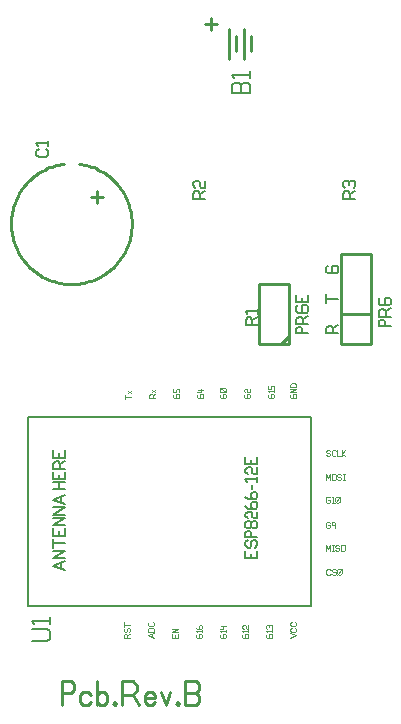
<source format=gto>
G04 -- Generated By PCBWeb Designer*
%FSLAX24Y24*%
%MOIN*%
%OFA0B0*%
%SFA1.0B1.0*%
%AMROTRECT*21,1,$1,$2,0,0,$3*%
%AMROTOBLONG*1,1,$7,$1,$2*1,1,$7,$3,$4*21,1,$5,$6,0,0,$8*%
%ADD10C,0.025*%
%ADD11C,0.15*%
%ADD12C,0.1*%
%ADD13C,0.16*%
%ADD14C,0.005*%
%ADD15R,0.065X0.0394*%
%ADD16R,0.075X0.0494*%
%ADD17C,0.021*%
%ADD18R,0.0394X0.0866*%
%ADD19R,0.0494X0.0966*%
%ADD20C,0.002*%
%ADD21C,0.018*%
%ADD22C,0.008*%
%ADD23C,0.024*%
%ADD24R,0.055X0.055*%
%ADD25C,0.035*%
%ADD26R,0.065X0.065*%
%ADD27C,0.055*%
%ADD28C,0.032*%
%ADD29C,0.065*%
%ADD30C,0.01*%
%ADD31R,0.0591X0.0512*%
%ADD32R,0.0691X0.0612*%
%ADD33C,0.07*%
%ADD34C,0.045*%
%ADD35C,0.08*%
%ADD36C,0.033*%
%ADD37C,0.033*%
%ADD38C,0.026*%
%ADD39C,0.0394*%
%ADD40C,0.0197*%
%ADD41C,0.0494*%
%ADD42C,0.0059*%
%ADD43C,0.015*%
%ADD44C,0.0275*%
%ADD45C,0.0*%
G01*
%LNERASE*%
%LPC*%
G54D17*
X13300Y5600D02*
X13300Y5350D01*
X13700Y5350D01*
X13700Y5600D01*
X13500Y5350D02*
X13500Y5500D01*
X13375Y5950D02*
X13300Y5875D01*
X13300Y5775D01*
X13375Y5700D01*
X13450Y5700D01*
X13500Y5750D01*
X13500Y5900D01*
X13550Y5950D01*
X13625Y5950D01*
X13700Y5875D01*
X13700Y5775D01*
X13625Y5700D01*
X13700Y6050D02*
X13300Y6050D01*
X13300Y6200D01*
X13350Y6250D01*
X13450Y6250D01*
X13500Y6200D01*
X13500Y6050D01*
X13650Y6350D02*
X13700Y6400D01*
X13700Y6525D01*
X13650Y6575D01*
X13550Y6575D01*
X13500Y6525D01*
X13500Y6400D01*
X13550Y6350D01*
X13650Y6350D01*
X13650Y6350D01*
X13500Y6525D02*
X13450Y6575D01*
X13350Y6575D01*
X13300Y6525D01*
X13300Y6400D01*
X13350Y6350D01*
X13450Y6350D01*
X13500Y6400D01*
X13375Y6675D02*
X13300Y6750D01*
X13300Y6825D01*
X13375Y6900D01*
X13475Y6900D01*
X13525Y6850D01*
X13525Y6725D01*
X13575Y6675D01*
X13700Y6675D01*
X13700Y6900D01*
X13300Y7075D02*
X13375Y7000D01*
X13650Y7000D01*
X13700Y7050D01*
X13700Y7175D01*
X13650Y7225D01*
X13550Y7225D01*
X13500Y7175D01*
X13500Y7050D01*
X13550Y7000D01*
X13300Y7400D02*
X13375Y7325D01*
X13650Y7325D01*
X13700Y7375D01*
X13700Y7500D01*
X13650Y7550D01*
X13550Y7550D01*
X13500Y7500D01*
X13500Y7375D01*
X13550Y7325D01*
X13525Y7650D02*
X13525Y7800D01*
X13700Y7900D02*
X13700Y8050D01*
X13700Y7975D02*
X13300Y7975D01*
X13350Y7900D01*
X13375Y8150D02*
X13300Y8225D01*
X13300Y8300D01*
X13375Y8375D01*
X13475Y8375D01*
X13525Y8325D01*
X13525Y8200D01*
X13575Y8150D01*
X13700Y8150D01*
X13700Y8375D01*
X13300Y8725D02*
X13300Y8475D01*
X13700Y8475D01*
X13700Y8725D01*
X13500Y8475D02*
X13500Y8625D01*
X7150Y5008D02*
X7150Y5192D01*
X7300Y4950D02*
X6900Y5100D01*
X7300Y5250D01*
X7300Y5350D02*
X6900Y5350D01*
X7300Y5600D01*
X6900Y5600D01*
X6900Y5700D02*
X6900Y6000D01*
X6900Y5850D02*
X7300Y5850D01*
X6900Y6350D02*
X6900Y6100D01*
X7300Y6100D01*
X7300Y6350D01*
X7100Y6100D02*
X7100Y6250D01*
X7300Y6450D02*
X6900Y6450D01*
X7300Y6700D01*
X6900Y6700D01*
X7300Y6800D02*
X6900Y6800D01*
X7300Y7050D01*
X6900Y7050D01*
X7150Y7208D02*
X7150Y7392D01*
X7300Y7150D02*
X6900Y7300D01*
X7300Y7450D01*
X6900Y7650D02*
X7300Y7650D01*
X6900Y7875D02*
X7300Y7875D01*
X7100Y7650D02*
X7100Y7875D01*
X6900Y8225D02*
X6900Y7975D01*
X7300Y7975D01*
X7300Y8225D01*
X7100Y7975D02*
X7100Y8125D01*
X7300Y8325D02*
X6900Y8325D01*
X6900Y8500D01*
X6975Y8575D01*
X7050Y8575D01*
X7125Y8500D01*
X7125Y8325D01*
X7125Y8500D02*
X7300Y8600D01*
X6900Y8950D02*
X6900Y8700D01*
X7300Y8700D01*
X7300Y8950D01*
X7100Y8700D02*
X7100Y8850D01*
G54D21*
X9450Y2700D02*
X9250Y2700D01*
X9250Y2788D01*
X9288Y2825D01*
X9325Y2825D01*
X9362Y2788D01*
X9362Y2700D01*
X9362Y2788D02*
X9450Y2838D01*
X9288Y3012D02*
X9250Y2975D01*
X9250Y2925D01*
X9288Y2888D01*
X9325Y2888D01*
X9350Y2912D01*
X9350Y2988D01*
X9375Y3012D01*
X9412Y3012D01*
X9450Y2975D01*
X9450Y2925D01*
X9412Y2888D01*
X9250Y3062D02*
X9250Y3212D01*
X9250Y3138D02*
X9450Y3138D01*
X10175Y2729D02*
X10175Y2821D01*
X10250Y2700D02*
X10050Y2775D01*
X10250Y2850D01*
X10250Y2900D02*
X10050Y2900D01*
X10050Y2988D01*
X10088Y3025D01*
X10212Y3025D01*
X10250Y2988D01*
X10250Y2900D01*
X10250Y2900D01*
X10088Y3212D02*
X10050Y3175D01*
X10050Y3112D01*
X10088Y3075D01*
X10212Y3075D01*
X10250Y3112D01*
X10250Y3175D01*
X10212Y3212D01*
X10850Y2825D02*
X10850Y2700D01*
X11050Y2700D01*
X11050Y2825D01*
X10950Y2700D02*
X10950Y2775D01*
X11050Y2875D02*
X10850Y2875D01*
X11050Y3000D01*
X10850Y3000D01*
X11675Y2825D02*
X11650Y2800D01*
X11650Y2725D01*
X11675Y2700D01*
X11825Y2700D01*
X11850Y2725D01*
X11850Y2800D01*
X11825Y2825D01*
X11750Y2825D01*
X11750Y2738D01*
X11850Y2875D02*
X11850Y2950D01*
X11850Y2912D02*
X11650Y2912D01*
X11675Y2875D01*
X11650Y3038D02*
X11688Y3000D01*
X11825Y3000D01*
X11850Y3025D01*
X11850Y3088D01*
X11825Y3112D01*
X11775Y3112D01*
X11750Y3088D01*
X11750Y3025D01*
X11775Y3000D01*
X12475Y2825D02*
X12450Y2800D01*
X12450Y2725D01*
X12475Y2700D01*
X12625Y2700D01*
X12650Y2725D01*
X12650Y2800D01*
X12625Y2825D01*
X12550Y2825D01*
X12550Y2738D01*
X12650Y2875D02*
X12650Y2950D01*
X12650Y2912D02*
X12450Y2912D01*
X12475Y2875D01*
X12450Y3000D02*
X12562Y3000D01*
X12562Y3100D01*
X12475Y3075D02*
X12650Y3075D01*
X13225Y2825D02*
X13200Y2800D01*
X13200Y2725D01*
X13225Y2700D01*
X13375Y2700D01*
X13400Y2725D01*
X13400Y2800D01*
X13375Y2825D01*
X13300Y2825D01*
X13300Y2738D01*
X13400Y2875D02*
X13400Y2950D01*
X13400Y2912D02*
X13200Y2912D01*
X13225Y2875D01*
X13238Y3000D02*
X13200Y3038D01*
X13200Y3075D01*
X13238Y3112D01*
X13288Y3112D01*
X13312Y3088D01*
X13312Y3025D01*
X13338Y3000D01*
X13400Y3000D01*
X13400Y3112D01*
X14025Y2825D02*
X14000Y2800D01*
X14000Y2725D01*
X14025Y2700D01*
X14175Y2700D01*
X14200Y2725D01*
X14200Y2800D01*
X14175Y2825D01*
X14100Y2825D01*
X14100Y2738D01*
X14200Y2875D02*
X14200Y2950D01*
X14200Y2912D02*
X14000Y2912D01*
X14025Y2875D01*
X14025Y3000D02*
X14000Y3025D01*
X14000Y3088D01*
X14025Y3112D01*
X14075Y3112D01*
X14100Y3088D01*
X14100Y3050D01*
X14100Y3088D02*
X14125Y3112D01*
X14175Y3112D01*
X14200Y3088D01*
X14200Y3025D01*
X14175Y3000D01*
X14800Y2700D02*
X15000Y2775D01*
X14800Y2850D01*
X14838Y3038D02*
X14800Y3000D01*
X14800Y2938D01*
X14838Y2900D01*
X14962Y2900D01*
X15000Y2938D01*
X15000Y3000D01*
X14962Y3038D01*
X14838Y3225D02*
X14800Y3188D01*
X14800Y3125D01*
X14838Y3088D01*
X14962Y3088D01*
X15000Y3125D01*
X15000Y3188D01*
X14962Y3225D01*
X9300Y10650D02*
X9300Y10800D01*
X9300Y10725D02*
X9500Y10725D01*
X9500Y10850D02*
X9388Y10925D01*
X9388Y10850D02*
X9500Y10925D01*
X10300Y10700D02*
X10100Y10700D01*
X10100Y10788D01*
X10138Y10825D01*
X10175Y10825D01*
X10212Y10788D01*
X10212Y10700D01*
X10212Y10788D02*
X10300Y10838D01*
X10300Y10888D02*
X10188Y10962D01*
X10188Y10888D02*
X10300Y10962D01*
X10925Y10825D02*
X10900Y10800D01*
X10900Y10725D01*
X10925Y10700D01*
X11075Y10700D01*
X11100Y10725D01*
X11100Y10800D01*
X11075Y10825D01*
X11000Y10825D01*
X11000Y10738D01*
X10900Y10975D02*
X10900Y10875D01*
X10988Y10875D01*
X10988Y10950D01*
X11012Y10975D01*
X11075Y10975D01*
X11100Y10950D01*
X11100Y10875D01*
X11725Y10825D02*
X11700Y10800D01*
X11700Y10725D01*
X11725Y10700D01*
X11875Y10700D01*
X11900Y10725D01*
X11900Y10800D01*
X11875Y10825D01*
X11800Y10825D01*
X11800Y10738D01*
X11700Y10875D02*
X11812Y10875D01*
X11812Y10975D01*
X11725Y10950D02*
X11900Y10950D01*
X12475Y10825D02*
X12450Y10800D01*
X12450Y10725D01*
X12475Y10700D01*
X12625Y10700D01*
X12650Y10725D01*
X12650Y10800D01*
X12625Y10825D01*
X12550Y10825D01*
X12550Y10738D01*
X12600Y10875D02*
X12625Y10888D01*
X12638Y10900D01*
X12650Y10925D01*
X12650Y10975D01*
X12638Y11000D01*
X12625Y11012D01*
X12600Y11025D01*
X12500Y11025D01*
X12475Y11012D01*
X12462Y11000D01*
X12450Y10975D01*
X12450Y10925D01*
X12462Y10900D01*
X12475Y10888D01*
X12500Y10875D01*
X12600Y10875D01*
X12600Y10875D01*
X12650Y10875D02*
X12450Y11025D01*
X13275Y10825D02*
X13250Y10800D01*
X13250Y10725D01*
X13275Y10700D01*
X13425Y10700D01*
X13450Y10725D01*
X13450Y10800D01*
X13425Y10825D01*
X13350Y10825D01*
X13350Y10738D01*
X13288Y10875D02*
X13250Y10912D01*
X13250Y10950D01*
X13288Y10988D01*
X13338Y10988D01*
X13362Y10962D01*
X13362Y10900D01*
X13388Y10875D01*
X13450Y10875D01*
X13450Y10988D01*
X14075Y10825D02*
X14050Y10800D01*
X14050Y10725D01*
X14075Y10700D01*
X14225Y10700D01*
X14250Y10725D01*
X14250Y10800D01*
X14225Y10825D01*
X14150Y10825D01*
X14150Y10738D01*
X14250Y10875D02*
X14250Y10950D01*
X14250Y10912D02*
X14050Y10912D01*
X14075Y10875D01*
X14050Y11100D02*
X14050Y11000D01*
X14138Y11000D01*
X14138Y11075D01*
X14162Y11100D01*
X14225Y11100D01*
X14250Y11075D01*
X14250Y11000D01*
X14825Y10825D02*
X14800Y10800D01*
X14800Y10725D01*
X14825Y10700D01*
X14975Y10700D01*
X15000Y10725D01*
X15000Y10800D01*
X14975Y10825D01*
X14900Y10825D01*
X14900Y10738D01*
X15000Y10875D02*
X14800Y10875D01*
X15000Y11000D01*
X14800Y11000D01*
X15000Y11050D02*
X14800Y11050D01*
X14800Y11138D01*
X14838Y11175D01*
X14962Y11175D01*
X15000Y11138D01*
X15000Y11050D01*
X15000Y11050D01*
X16138Y4962D02*
X16100Y5000D01*
X16038Y5000D01*
X16000Y4962D01*
X16000Y4838D01*
X16038Y4800D01*
X16100Y4800D01*
X16138Y4838D01*
X16312Y4962D02*
X16275Y5000D01*
X16225Y5000D01*
X16188Y4962D01*
X16188Y4925D01*
X16212Y4900D01*
X16288Y4900D01*
X16312Y4875D01*
X16312Y4838D01*
X16275Y4800D01*
X16225Y4800D01*
X16188Y4838D01*
X16362Y4850D02*
X16375Y4825D01*
X16388Y4812D01*
X16412Y4800D01*
X16462Y4800D01*
X16488Y4812D01*
X16500Y4825D01*
X16512Y4850D01*
X16512Y4950D01*
X16500Y4975D01*
X16488Y4988D01*
X16462Y5000D01*
X16412Y5000D01*
X16388Y4988D01*
X16375Y4975D01*
X16362Y4950D01*
X16362Y4850D01*
X16362Y4850D01*
X16362Y4800D02*
X16512Y5000D01*
X16000Y5600D02*
X16000Y5800D01*
X16062Y5662D01*
X16125Y5800D01*
X16125Y5600D01*
X16175Y5600D02*
X16250Y5600D01*
X16175Y5800D02*
X16250Y5800D01*
X16212Y5800D02*
X16212Y5600D01*
X16425Y5762D02*
X16388Y5800D01*
X16338Y5800D01*
X16300Y5762D01*
X16300Y5725D01*
X16325Y5700D01*
X16400Y5700D01*
X16425Y5675D01*
X16425Y5638D01*
X16388Y5600D01*
X16338Y5600D01*
X16300Y5638D01*
X16475Y5650D02*
X16475Y5775D01*
X16500Y5800D01*
X16588Y5800D01*
X16612Y5775D01*
X16612Y5625D01*
X16588Y5600D01*
X16500Y5600D01*
X16475Y5625D01*
X16475Y5650D01*
X16125Y6525D02*
X16100Y6550D01*
X16025Y6550D01*
X16000Y6525D01*
X16000Y6375D01*
X16025Y6350D01*
X16100Y6350D01*
X16125Y6375D01*
X16125Y6450D01*
X16038Y6450D01*
X16175Y6525D02*
X16200Y6550D01*
X16262Y6550D01*
X16288Y6525D01*
X16288Y6475D01*
X16262Y6450D01*
X16200Y6450D01*
X16175Y6475D01*
X16175Y6525D01*
X16175Y6525D01*
X16288Y6475D02*
X16288Y6350D01*
X16125Y7375D02*
X16100Y7400D01*
X16025Y7400D01*
X16000Y7375D01*
X16000Y7225D01*
X16025Y7200D01*
X16100Y7200D01*
X16125Y7225D01*
X16125Y7300D01*
X16038Y7300D01*
X16175Y7200D02*
X16250Y7200D01*
X16212Y7200D02*
X16212Y7400D01*
X16175Y7375D01*
X16300Y7250D02*
X16312Y7225D01*
X16325Y7212D01*
X16350Y7200D01*
X16400Y7200D01*
X16425Y7212D01*
X16438Y7225D01*
X16450Y7250D01*
X16450Y7350D01*
X16438Y7375D01*
X16425Y7388D01*
X16400Y7400D01*
X16350Y7400D01*
X16325Y7388D01*
X16312Y7375D01*
X16300Y7350D01*
X16300Y7250D01*
X16300Y7250D01*
X16300Y7200D02*
X16450Y7400D01*
X16000Y7950D02*
X16000Y8150D01*
X16062Y8012D01*
X16125Y8150D01*
X16125Y7950D01*
X16175Y8000D02*
X16175Y8125D01*
X16200Y8150D01*
X16288Y8150D01*
X16312Y8125D01*
X16312Y7975D01*
X16288Y7950D01*
X16200Y7950D01*
X16175Y7975D01*
X16175Y8000D01*
X16488Y8112D02*
X16450Y8150D01*
X16400Y8150D01*
X16362Y8112D01*
X16362Y8075D01*
X16388Y8050D01*
X16462Y8050D01*
X16488Y8025D01*
X16488Y7988D01*
X16450Y7950D01*
X16400Y7950D01*
X16362Y7988D01*
X16538Y7950D02*
X16612Y7950D01*
X16538Y8150D02*
X16612Y8150D01*
X16575Y8150D02*
X16575Y7950D01*
X16125Y8912D02*
X16088Y8950D01*
X16038Y8950D01*
X16000Y8912D01*
X16000Y8875D01*
X16025Y8850D01*
X16100Y8850D01*
X16125Y8825D01*
X16125Y8788D01*
X16088Y8750D01*
X16038Y8750D01*
X16000Y8788D01*
X16312Y8912D02*
X16275Y8950D01*
X16212Y8950D01*
X16175Y8912D01*
X16175Y8788D01*
X16212Y8750D01*
X16275Y8750D01*
X16312Y8788D01*
X16362Y8950D02*
X16362Y8750D01*
X16475Y8750D01*
X16525Y8750D02*
X16525Y8950D01*
X16612Y8950D02*
X16525Y8838D01*
X16625Y8750D01*
G54D23*
X6175Y2594D02*
X6700Y2594D01*
X6775Y2669D01*
X6775Y2931D01*
X6700Y3006D01*
X6175Y3006D01*
X6775Y3156D02*
X6775Y3381D01*
X6775Y3269D02*
X6175Y3269D01*
X6250Y3156D01*
G54D17*
X15400Y12850D02*
X15000Y12850D01*
X15000Y13000D01*
X15050Y13050D01*
X15150Y13050D01*
X15200Y13000D01*
X15200Y12850D01*
X15400Y13150D02*
X15000Y13150D01*
X15000Y13325D01*
X15075Y13400D01*
X15150Y13400D01*
X15225Y13325D01*
X15225Y13150D01*
X15225Y13325D02*
X15400Y13425D01*
X15050Y13775D02*
X15000Y13725D01*
X15000Y13575D01*
X15050Y13525D01*
X15350Y13525D01*
X15400Y13575D01*
X15400Y13725D01*
X15350Y13775D01*
X15200Y13775D01*
X15200Y13600D01*
X15000Y14125D02*
X15000Y13875D01*
X15400Y13875D01*
X15400Y14125D01*
X15200Y13875D02*
X15200Y14025D01*
X13705Y13131D02*
X13305Y13131D01*
X13305Y13306D01*
X13380Y13381D01*
X13455Y13381D01*
X13530Y13306D01*
X13530Y13131D01*
X13530Y13306D02*
X13705Y13406D01*
X13705Y13506D02*
X13705Y13656D01*
X13705Y13581D02*
X13305Y13581D01*
X13355Y13506D01*
X18150Y13100D02*
X17750Y13100D01*
X17750Y13250D01*
X17800Y13300D01*
X17900Y13300D01*
X17950Y13250D01*
X17950Y13100D01*
X18150Y13400D02*
X17750Y13400D01*
X17750Y13575D01*
X17825Y13650D01*
X17900Y13650D01*
X17975Y13575D01*
X17975Y13400D01*
X17975Y13575D02*
X18150Y13675D01*
X17800Y14025D02*
X17750Y13975D01*
X17750Y13825D01*
X17800Y13775D01*
X18100Y13775D01*
X18150Y13825D01*
X18150Y13975D01*
X18100Y14025D01*
X17950Y14025D01*
X17950Y13850D01*
X11955Y17325D02*
X11555Y17325D01*
X11555Y17500D01*
X11630Y17575D01*
X11705Y17575D01*
X11780Y17500D01*
X11780Y17325D01*
X11780Y17500D02*
X11955Y17600D01*
X11630Y17700D02*
X11555Y17775D01*
X11555Y17850D01*
X11630Y17925D01*
X11730Y17925D01*
X11780Y17875D01*
X11780Y17750D01*
X11830Y17700D01*
X11955Y17700D01*
X11955Y17925D01*
X16955Y17325D02*
X16555Y17325D01*
X16555Y17500D01*
X16630Y17575D01*
X16705Y17575D01*
X16780Y17500D01*
X16780Y17325D01*
X16780Y17500D02*
X16955Y17600D01*
X16605Y17700D02*
X16555Y17750D01*
X16555Y17875D01*
X16605Y17925D01*
X16705Y17925D01*
X16755Y17875D01*
X16755Y17800D01*
X16755Y17875D02*
X16805Y17925D01*
X16905Y17925D01*
X16955Y17875D01*
X16955Y17750D01*
X16905Y17700D01*
G54D38*
X11950Y23150D02*
X12350Y23150D01*
X12150Y22950D02*
X12150Y23350D01*
G54D23*
X13450Y20869D02*
X12850Y20869D01*
X12850Y21131D01*
X12925Y21206D01*
X13075Y21206D01*
X13150Y21131D01*
X13225Y21206D01*
X13375Y21206D01*
X13450Y21131D01*
X13450Y20869D01*
X13150Y21131D02*
X13150Y20869D01*
X13450Y21356D02*
X13450Y21581D01*
X13450Y21469D02*
X12850Y21469D01*
X12925Y21356D01*
G54D38*
X8350Y17200D02*
X8350Y17600D01*
X8550Y17400D02*
X8150Y17400D01*
G54D17*
X6406Y19000D02*
X6331Y18925D01*
X6331Y18800D01*
X6406Y18725D01*
X6656Y18725D01*
X6731Y18800D01*
X6731Y18925D01*
X6656Y19000D01*
X6731Y19100D02*
X6731Y19250D01*
X6731Y19175D02*
X6331Y19175D01*
X6381Y19100D01*
X16400Y12850D02*
X16000Y12850D01*
X16000Y13025D01*
X16075Y13100D01*
X16150Y13100D01*
X16225Y13025D01*
X16225Y12850D01*
X16225Y13025D02*
X16400Y13125D01*
X16000Y13850D02*
X16000Y14150D01*
X16000Y14000D02*
X16400Y14000D01*
X16050Y15100D02*
X16000Y15050D01*
X16000Y14900D01*
X16050Y14850D01*
X16350Y14850D01*
X16400Y14900D01*
X16400Y15050D01*
X16350Y15100D01*
X16200Y15100D01*
X16200Y14925D01*
G54D38*
X7200Y450D02*
X7200Y1250D01*
X7500Y1250D01*
X7600Y1150D01*
X7600Y950D01*
X7500Y850D01*
X7200Y850D01*
X8150Y800D02*
X8050Y900D01*
X7900Y900D01*
X7800Y800D01*
X7800Y550D01*
X7900Y450D01*
X8050Y450D01*
X8150Y550D01*
X8350Y450D02*
X8350Y1250D01*
X8350Y550D02*
X8450Y450D01*
X8600Y450D01*
X8700Y550D01*
X8700Y800D01*
X8600Y900D01*
X8450Y900D01*
X8350Y800D01*
X8900Y500D02*
X8950Y450D01*
X9000Y500D01*
X8950Y550D01*
X8900Y500D01*
X9200Y450D02*
X9200Y1250D01*
X9550Y1250D01*
X9700Y1100D01*
X9700Y950D01*
X9550Y800D01*
X9200Y800D01*
X9550Y800D02*
X9750Y450D01*
X10300Y550D02*
X10200Y450D01*
X10050Y450D01*
X9950Y550D01*
X9950Y800D01*
X10050Y900D01*
X10200Y900D01*
X10300Y800D01*
X10300Y700D01*
X9950Y700D01*
X10500Y900D02*
X10650Y450D01*
X10800Y900D01*
X11000Y500D02*
X11050Y450D01*
X11100Y500D01*
X11050Y550D01*
X11000Y500D01*
X11300Y450D02*
X11300Y1250D01*
X11650Y1250D01*
X11750Y1150D01*
X11750Y950D01*
X11650Y850D01*
X11750Y750D01*
X11750Y550D01*
X11650Y450D01*
X11300Y450D01*
X11650Y850D02*
X11300Y850D01*
%LNSTD*%
%LPD*%
G54D14*
X15500Y3750D02*
X15500Y10050D01*
X6050Y10050D01*
X6050Y3750D01*
X15500Y3750D01*
X15500Y3750D01*
X13300Y5600D02*
X13300Y5350D01*
X13700Y5350D01*
X13700Y5600D01*
X13500Y5350D02*
X13500Y5500D01*
X13375Y5950D02*
X13300Y5875D01*
X13300Y5775D01*
X13375Y5700D01*
X13450Y5700D01*
X13500Y5750D01*
X13500Y5900D01*
X13550Y5950D01*
X13625Y5950D01*
X13700Y5875D01*
X13700Y5775D01*
X13625Y5700D01*
X13700Y6050D02*
X13300Y6050D01*
X13300Y6200D01*
X13350Y6250D01*
X13450Y6250D01*
X13500Y6200D01*
X13500Y6050D01*
X13650Y6350D02*
X13700Y6400D01*
X13700Y6525D01*
X13650Y6575D01*
X13550Y6575D01*
X13500Y6525D01*
X13500Y6400D01*
X13550Y6350D01*
X13650Y6350D01*
X13650Y6350D01*
X13500Y6525D02*
X13450Y6575D01*
X13350Y6575D01*
X13300Y6525D01*
X13300Y6400D01*
X13350Y6350D01*
X13450Y6350D01*
X13500Y6400D01*
X13375Y6675D02*
X13300Y6750D01*
X13300Y6825D01*
X13375Y6900D01*
X13475Y6900D01*
X13525Y6850D01*
X13525Y6725D01*
X13575Y6675D01*
X13700Y6675D01*
X13700Y6900D01*
X13300Y7075D02*
X13375Y7000D01*
X13650Y7000D01*
X13700Y7050D01*
X13700Y7175D01*
X13650Y7225D01*
X13550Y7225D01*
X13500Y7175D01*
X13500Y7050D01*
X13550Y7000D01*
X13300Y7400D02*
X13375Y7325D01*
X13650Y7325D01*
X13700Y7375D01*
X13700Y7500D01*
X13650Y7550D01*
X13550Y7550D01*
X13500Y7500D01*
X13500Y7375D01*
X13550Y7325D01*
X13525Y7650D02*
X13525Y7800D01*
X13700Y7900D02*
X13700Y8050D01*
X13700Y7975D02*
X13300Y7975D01*
X13350Y7900D01*
X13375Y8150D02*
X13300Y8225D01*
X13300Y8300D01*
X13375Y8375D01*
X13475Y8375D01*
X13525Y8325D01*
X13525Y8200D01*
X13575Y8150D01*
X13700Y8150D01*
X13700Y8375D01*
X13300Y8725D02*
X13300Y8475D01*
X13700Y8475D01*
X13700Y8725D01*
X13500Y8475D02*
X13500Y8625D01*
X7150Y5008D02*
X7150Y5192D01*
X7300Y4950D02*
X6900Y5100D01*
X7300Y5250D01*
X7300Y5350D02*
X6900Y5350D01*
X7300Y5600D01*
X6900Y5600D01*
X6900Y5700D02*
X6900Y6000D01*
X6900Y5850D02*
X7300Y5850D01*
X6900Y6350D02*
X6900Y6100D01*
X7300Y6100D01*
X7300Y6350D01*
X7100Y6100D02*
X7100Y6250D01*
X7300Y6450D02*
X6900Y6450D01*
X7300Y6700D01*
X6900Y6700D01*
X7300Y6800D02*
X6900Y6800D01*
X7300Y7050D01*
X6900Y7050D01*
X7150Y7208D02*
X7150Y7392D01*
X7300Y7150D02*
X6900Y7300D01*
X7300Y7450D01*
X6900Y7650D02*
X7300Y7650D01*
X6900Y7875D02*
X7300Y7875D01*
X7100Y7650D02*
X7100Y7875D01*
X6900Y8225D02*
X6900Y7975D01*
X7300Y7975D01*
X7300Y8225D01*
X7100Y7975D02*
X7100Y8125D01*
X7300Y8325D02*
X6900Y8325D01*
X6900Y8500D01*
X6975Y8575D01*
X7050Y8575D01*
X7125Y8500D01*
X7125Y8325D01*
X7125Y8500D02*
X7300Y8600D01*
X6900Y8950D02*
X6900Y8700D01*
X7300Y8700D01*
X7300Y8950D01*
X7100Y8700D02*
X7100Y8850D01*
G54D20*
X9450Y2700D02*
X9250Y2700D01*
X9250Y2788D01*
X9288Y2825D01*
X9325Y2825D01*
X9362Y2788D01*
X9362Y2700D01*
X9362Y2788D02*
X9450Y2838D01*
X9288Y3012D02*
X9250Y2975D01*
X9250Y2925D01*
X9288Y2888D01*
X9325Y2888D01*
X9350Y2912D01*
X9350Y2988D01*
X9375Y3012D01*
X9412Y3012D01*
X9450Y2975D01*
X9450Y2925D01*
X9412Y2888D01*
X9250Y3062D02*
X9250Y3212D01*
X9250Y3138D02*
X9450Y3138D01*
X10175Y2729D02*
X10175Y2821D01*
X10250Y2700D02*
X10050Y2775D01*
X10250Y2850D01*
X10250Y2900D02*
X10050Y2900D01*
X10050Y2988D01*
X10088Y3025D01*
X10212Y3025D01*
X10250Y2988D01*
X10250Y2900D01*
X10250Y2900D01*
X10088Y3212D02*
X10050Y3175D01*
X10050Y3112D01*
X10088Y3075D01*
X10212Y3075D01*
X10250Y3112D01*
X10250Y3175D01*
X10212Y3212D01*
X10850Y2825D02*
X10850Y2700D01*
X11050Y2700D01*
X11050Y2825D01*
X10950Y2700D02*
X10950Y2775D01*
X11050Y2875D02*
X10850Y2875D01*
X11050Y3000D01*
X10850Y3000D01*
X11675Y2825D02*
X11650Y2800D01*
X11650Y2725D01*
X11675Y2700D01*
X11825Y2700D01*
X11850Y2725D01*
X11850Y2800D01*
X11825Y2825D01*
X11750Y2825D01*
X11750Y2738D01*
X11850Y2875D02*
X11850Y2950D01*
X11850Y2912D02*
X11650Y2912D01*
X11675Y2875D01*
X11650Y3038D02*
X11688Y3000D01*
X11825Y3000D01*
X11850Y3025D01*
X11850Y3088D01*
X11825Y3112D01*
X11775Y3112D01*
X11750Y3088D01*
X11750Y3025D01*
X11775Y3000D01*
X12475Y2825D02*
X12450Y2800D01*
X12450Y2725D01*
X12475Y2700D01*
X12625Y2700D01*
X12650Y2725D01*
X12650Y2800D01*
X12625Y2825D01*
X12550Y2825D01*
X12550Y2738D01*
X12650Y2875D02*
X12650Y2950D01*
X12650Y2912D02*
X12450Y2912D01*
X12475Y2875D01*
X12450Y3000D02*
X12562Y3000D01*
X12562Y3100D01*
X12475Y3075D02*
X12650Y3075D01*
X13225Y2825D02*
X13200Y2800D01*
X13200Y2725D01*
X13225Y2700D01*
X13375Y2700D01*
X13400Y2725D01*
X13400Y2800D01*
X13375Y2825D01*
X13300Y2825D01*
X13300Y2738D01*
X13400Y2875D02*
X13400Y2950D01*
X13400Y2912D02*
X13200Y2912D01*
X13225Y2875D01*
X13238Y3000D02*
X13200Y3038D01*
X13200Y3075D01*
X13238Y3112D01*
X13288Y3112D01*
X13312Y3088D01*
X13312Y3025D01*
X13338Y3000D01*
X13400Y3000D01*
X13400Y3112D01*
X14025Y2825D02*
X14000Y2800D01*
X14000Y2725D01*
X14025Y2700D01*
X14175Y2700D01*
X14200Y2725D01*
X14200Y2800D01*
X14175Y2825D01*
X14100Y2825D01*
X14100Y2738D01*
X14200Y2875D02*
X14200Y2950D01*
X14200Y2912D02*
X14000Y2912D01*
X14025Y2875D01*
X14025Y3000D02*
X14000Y3025D01*
X14000Y3088D01*
X14025Y3112D01*
X14075Y3112D01*
X14100Y3088D01*
X14100Y3050D01*
X14100Y3088D02*
X14125Y3112D01*
X14175Y3112D01*
X14200Y3088D01*
X14200Y3025D01*
X14175Y3000D01*
X14800Y2700D02*
X15000Y2775D01*
X14800Y2850D01*
X14838Y3038D02*
X14800Y3000D01*
X14800Y2938D01*
X14838Y2900D01*
X14962Y2900D01*
X15000Y2938D01*
X15000Y3000D01*
X14962Y3038D01*
X14838Y3225D02*
X14800Y3188D01*
X14800Y3125D01*
X14838Y3088D01*
X14962Y3088D01*
X15000Y3125D01*
X15000Y3188D01*
X14962Y3225D01*
X9300Y10650D02*
X9300Y10800D01*
X9300Y10725D02*
X9500Y10725D01*
X9500Y10850D02*
X9388Y10925D01*
X9388Y10850D02*
X9500Y10925D01*
X10300Y10700D02*
X10100Y10700D01*
X10100Y10788D01*
X10138Y10825D01*
X10175Y10825D01*
X10212Y10788D01*
X10212Y10700D01*
X10212Y10788D02*
X10300Y10838D01*
X10300Y10888D02*
X10188Y10962D01*
X10188Y10888D02*
X10300Y10962D01*
X10925Y10825D02*
X10900Y10800D01*
X10900Y10725D01*
X10925Y10700D01*
X11075Y10700D01*
X11100Y10725D01*
X11100Y10800D01*
X11075Y10825D01*
X11000Y10825D01*
X11000Y10738D01*
X10900Y10975D02*
X10900Y10875D01*
X10988Y10875D01*
X10988Y10950D01*
X11012Y10975D01*
X11075Y10975D01*
X11100Y10950D01*
X11100Y10875D01*
X11725Y10825D02*
X11700Y10800D01*
X11700Y10725D01*
X11725Y10700D01*
X11875Y10700D01*
X11900Y10725D01*
X11900Y10800D01*
X11875Y10825D01*
X11800Y10825D01*
X11800Y10738D01*
X11700Y10875D02*
X11812Y10875D01*
X11812Y10975D01*
X11725Y10950D02*
X11900Y10950D01*
X12475Y10825D02*
X12450Y10800D01*
X12450Y10725D01*
X12475Y10700D01*
X12625Y10700D01*
X12650Y10725D01*
X12650Y10800D01*
X12625Y10825D01*
X12550Y10825D01*
X12550Y10738D01*
X12600Y10875D02*
X12625Y10888D01*
X12638Y10900D01*
X12650Y10925D01*
X12650Y10975D01*
X12638Y11000D01*
X12625Y11012D01*
X12600Y11025D01*
X12500Y11025D01*
X12475Y11012D01*
X12462Y11000D01*
X12450Y10975D01*
X12450Y10925D01*
X12462Y10900D01*
X12475Y10888D01*
X12500Y10875D01*
X12600Y10875D01*
X12600Y10875D01*
X12650Y10875D02*
X12450Y11025D01*
X13275Y10825D02*
X13250Y10800D01*
X13250Y10725D01*
X13275Y10700D01*
X13425Y10700D01*
X13450Y10725D01*
X13450Y10800D01*
X13425Y10825D01*
X13350Y10825D01*
X13350Y10738D01*
X13288Y10875D02*
X13250Y10912D01*
X13250Y10950D01*
X13288Y10988D01*
X13338Y10988D01*
X13362Y10962D01*
X13362Y10900D01*
X13388Y10875D01*
X13450Y10875D01*
X13450Y10988D01*
X14075Y10825D02*
X14050Y10800D01*
X14050Y10725D01*
X14075Y10700D01*
X14225Y10700D01*
X14250Y10725D01*
X14250Y10800D01*
X14225Y10825D01*
X14150Y10825D01*
X14150Y10738D01*
X14250Y10875D02*
X14250Y10950D01*
X14250Y10912D02*
X14050Y10912D01*
X14075Y10875D01*
X14050Y11100D02*
X14050Y11000D01*
X14138Y11000D01*
X14138Y11075D01*
X14162Y11100D01*
X14225Y11100D01*
X14250Y11075D01*
X14250Y11000D01*
X14825Y10825D02*
X14800Y10800D01*
X14800Y10725D01*
X14825Y10700D01*
X14975Y10700D01*
X15000Y10725D01*
X15000Y10800D01*
X14975Y10825D01*
X14900Y10825D01*
X14900Y10738D01*
X15000Y10875D02*
X14800Y10875D01*
X15000Y11000D01*
X14800Y11000D01*
X15000Y11050D02*
X14800Y11050D01*
X14800Y11138D01*
X14838Y11175D01*
X14962Y11175D01*
X15000Y11138D01*
X15000Y11050D01*
X15000Y11050D01*
X16138Y4962D02*
X16100Y5000D01*
X16038Y5000D01*
X16000Y4962D01*
X16000Y4838D01*
X16038Y4800D01*
X16100Y4800D01*
X16138Y4838D01*
X16312Y4962D02*
X16275Y5000D01*
X16225Y5000D01*
X16188Y4962D01*
X16188Y4925D01*
X16212Y4900D01*
X16288Y4900D01*
X16312Y4875D01*
X16312Y4838D01*
X16275Y4800D01*
X16225Y4800D01*
X16188Y4838D01*
X16362Y4850D02*
X16375Y4825D01*
X16388Y4812D01*
X16412Y4800D01*
X16462Y4800D01*
X16488Y4812D01*
X16500Y4825D01*
X16512Y4850D01*
X16512Y4950D01*
X16500Y4975D01*
X16488Y4988D01*
X16462Y5000D01*
X16412Y5000D01*
X16388Y4988D01*
X16375Y4975D01*
X16362Y4950D01*
X16362Y4850D01*
X16362Y4850D01*
X16362Y4800D02*
X16512Y5000D01*
X16000Y5600D02*
X16000Y5800D01*
X16062Y5662D01*
X16125Y5800D01*
X16125Y5600D01*
X16175Y5600D02*
X16250Y5600D01*
X16175Y5800D02*
X16250Y5800D01*
X16212Y5800D02*
X16212Y5600D01*
X16425Y5762D02*
X16388Y5800D01*
X16338Y5800D01*
X16300Y5762D01*
X16300Y5725D01*
X16325Y5700D01*
X16400Y5700D01*
X16425Y5675D01*
X16425Y5638D01*
X16388Y5600D01*
X16338Y5600D01*
X16300Y5638D01*
X16475Y5650D02*
X16475Y5775D01*
X16500Y5800D01*
X16588Y5800D01*
X16612Y5775D01*
X16612Y5625D01*
X16588Y5600D01*
X16500Y5600D01*
X16475Y5625D01*
X16475Y5650D01*
X16125Y6525D02*
X16100Y6550D01*
X16025Y6550D01*
X16000Y6525D01*
X16000Y6375D01*
X16025Y6350D01*
X16100Y6350D01*
X16125Y6375D01*
X16125Y6450D01*
X16038Y6450D01*
X16175Y6525D02*
X16200Y6550D01*
X16262Y6550D01*
X16288Y6525D01*
X16288Y6475D01*
X16262Y6450D01*
X16200Y6450D01*
X16175Y6475D01*
X16175Y6525D01*
X16175Y6525D01*
X16288Y6475D02*
X16288Y6350D01*
X16125Y7375D02*
X16100Y7400D01*
X16025Y7400D01*
X16000Y7375D01*
X16000Y7225D01*
X16025Y7200D01*
X16100Y7200D01*
X16125Y7225D01*
X16125Y7300D01*
X16038Y7300D01*
X16175Y7200D02*
X16250Y7200D01*
X16212Y7200D02*
X16212Y7400D01*
X16175Y7375D01*
X16300Y7250D02*
X16312Y7225D01*
X16325Y7212D01*
X16350Y7200D01*
X16400Y7200D01*
X16425Y7212D01*
X16438Y7225D01*
X16450Y7250D01*
X16450Y7350D01*
X16438Y7375D01*
X16425Y7388D01*
X16400Y7400D01*
X16350Y7400D01*
X16325Y7388D01*
X16312Y7375D01*
X16300Y7350D01*
X16300Y7250D01*
X16300Y7250D01*
X16300Y7200D02*
X16450Y7400D01*
X16000Y7950D02*
X16000Y8150D01*
X16062Y8012D01*
X16125Y8150D01*
X16125Y7950D01*
X16175Y8000D02*
X16175Y8125D01*
X16200Y8150D01*
X16288Y8150D01*
X16312Y8125D01*
X16312Y7975D01*
X16288Y7950D01*
X16200Y7950D01*
X16175Y7975D01*
X16175Y8000D01*
X16488Y8112D02*
X16450Y8150D01*
X16400Y8150D01*
X16362Y8112D01*
X16362Y8075D01*
X16388Y8050D01*
X16462Y8050D01*
X16488Y8025D01*
X16488Y7988D01*
X16450Y7950D01*
X16400Y7950D01*
X16362Y7988D01*
X16538Y7950D02*
X16612Y7950D01*
X16538Y8150D02*
X16612Y8150D01*
X16575Y8150D02*
X16575Y7950D01*
X16125Y8912D02*
X16088Y8950D01*
X16038Y8950D01*
X16000Y8912D01*
X16000Y8875D01*
X16025Y8850D01*
X16100Y8850D01*
X16125Y8825D01*
X16125Y8788D01*
X16088Y8750D01*
X16038Y8750D01*
X16000Y8788D01*
X16312Y8912D02*
X16275Y8950D01*
X16212Y8950D01*
X16175Y8912D01*
X16175Y8788D01*
X16212Y8750D01*
X16275Y8750D01*
X16312Y8788D01*
X16362Y8950D02*
X16362Y8750D01*
X16475Y8750D01*
X16525Y8750D02*
X16525Y8950D01*
X16612Y8950D02*
X16525Y8838D01*
X16625Y8750D01*
G54D22*
X6175Y2594D02*
X6700Y2594D01*
X6775Y2669D01*
X6775Y2931D01*
X6700Y3006D01*
X6175Y3006D01*
X6775Y3156D02*
X6775Y3381D01*
X6775Y3269D02*
X6175Y3269D01*
X6250Y3156D01*
G54D30*
X13750Y12500D02*
X14750Y12500D01*
X14750Y14500D01*
X13750Y14500D01*
X13750Y12500D01*
G54D14*
X15400Y12850D02*
X15000Y12850D01*
X15000Y13000D01*
X15050Y13050D01*
X15150Y13050D01*
X15200Y13000D01*
X15200Y12850D01*
X15400Y13150D02*
X15000Y13150D01*
X15000Y13325D01*
X15075Y13400D01*
X15150Y13400D01*
X15225Y13325D01*
X15225Y13150D01*
X15225Y13325D02*
X15400Y13425D01*
X15050Y13775D02*
X15000Y13725D01*
X15000Y13575D01*
X15050Y13525D01*
X15350Y13525D01*
X15400Y13575D01*
X15400Y13725D01*
X15350Y13775D01*
X15200Y13775D01*
X15200Y13600D01*
X15000Y14125D02*
X15000Y13875D01*
X15400Y13875D01*
X15400Y14125D01*
X15200Y13875D02*
X15200Y14025D01*
G54D30*
X14500Y12500D02*
X14750Y12750D01*
G54D14*
X13705Y13131D02*
X13305Y13131D01*
X13305Y13306D01*
X13380Y13381D01*
X13455Y13381D01*
X13530Y13306D01*
X13530Y13131D01*
X13530Y13306D02*
X13705Y13406D01*
X13705Y13506D02*
X13705Y13656D01*
X13705Y13581D02*
X13305Y13581D01*
X13355Y13506D01*
G54D30*
X16500Y12500D02*
X17500Y12500D01*
X17500Y15500D01*
X16500Y15500D01*
X16500Y12500D01*
G54D14*
X18150Y13100D02*
X17750Y13100D01*
X17750Y13250D01*
X17800Y13300D01*
X17900Y13300D01*
X17950Y13250D01*
X17950Y13100D01*
X18150Y13400D02*
X17750Y13400D01*
X17750Y13575D01*
X17825Y13650D01*
X17900Y13650D01*
X17975Y13575D01*
X17975Y13400D01*
X17975Y13575D02*
X18150Y13675D01*
X17800Y14025D02*
X17750Y13975D01*
X17750Y13825D01*
X17800Y13775D01*
X18100Y13775D01*
X18150Y13825D01*
X18150Y13975D01*
X18100Y14025D01*
X17950Y14025D01*
X17950Y13850D01*
G54D30*
X16500Y13500D02*
X17500Y13500D01*
G54D14*
X11955Y17325D02*
X11555Y17325D01*
X11555Y17500D01*
X11630Y17575D01*
X11705Y17575D01*
X11780Y17500D01*
X11780Y17325D01*
X11780Y17500D02*
X11955Y17600D01*
X11630Y17700D02*
X11555Y17775D01*
X11555Y17850D01*
X11630Y17925D01*
X11730Y17925D01*
X11780Y17875D01*
X11780Y17750D01*
X11830Y17700D01*
X11955Y17700D01*
X11955Y17925D01*
X16955Y17325D02*
X16555Y17325D01*
X16555Y17500D01*
X16630Y17575D01*
X16705Y17575D01*
X16780Y17500D01*
X16780Y17325D01*
X16780Y17500D02*
X16955Y17600D01*
X16605Y17700D02*
X16555Y17750D01*
X16555Y17875D01*
X16605Y17925D01*
X16705Y17925D01*
X16755Y17875D01*
X16755Y17800D01*
X16755Y17875D02*
X16805Y17925D01*
X16905Y17925D01*
X16955Y17875D01*
X16955Y17750D01*
X16905Y17700D01*
G54D30*
X11950Y23150D02*
X12350Y23150D01*
X12150Y22950D02*
X12150Y23350D01*
X12750Y22000D02*
X12750Y23000D01*
X13000Y22250D02*
X13000Y22750D01*
X13250Y22000D02*
X13250Y23000D01*
X13500Y22250D02*
X13500Y22750D01*
G54D22*
X13450Y20869D02*
X12850Y20869D01*
X12850Y21131D01*
X12925Y21206D01*
X13075Y21206D01*
X13150Y21131D01*
X13225Y21206D01*
X13375Y21206D01*
X13450Y21131D01*
X13450Y20869D01*
X13150Y21131D02*
X13150Y20869D01*
X13450Y21356D02*
X13450Y21581D01*
X13450Y21469D02*
X12850Y21469D01*
X12925Y21356D01*
G54D30*
X7250Y18500D02*
X7167Y18488D01*
X7084Y18472D01*
X7002Y18453D01*
X6920Y18430D01*
X6840Y18404D01*
X6761Y18375D01*
X6684Y18342D01*
X6607Y18307D01*
X6533Y18268D01*
X6459Y18226D01*
X6388Y18180D01*
X6319Y18132D01*
X6252Y18082D01*
X6187Y18028D01*
X6124Y17972D01*
X6064Y17913D01*
X6006Y17851D01*
X5951Y17787D01*
X5899Y17721D01*
X5849Y17653D01*
X5802Y17583D01*
X5759Y17511D01*
X5718Y17437D01*
X5680Y17362D01*
X5646Y17285D01*
X5615Y17206D01*
X5587Y17127D01*
X5563Y17046D01*
X5542Y16965D01*
X5524Y16882D01*
X5510Y16799D01*
X5499Y16715D01*
X5492Y16631D01*
X5489Y16547D01*
X5489Y16463D01*
X5492Y16379D01*
X5499Y16295D01*
X5510Y16211D01*
X5524Y16128D01*
X5541Y16045D01*
X5562Y15964D01*
X5586Y15883D01*
X5614Y15803D01*
X5645Y15725D01*
X5679Y15648D01*
X5717Y15573D01*
X5757Y15499D01*
X5801Y15427D01*
X5848Y15356D01*
X5897Y15288D01*
X5950Y15222D01*
X6005Y15158D01*
X6062Y15097D01*
X6123Y15038D01*
X6185Y14981D01*
X6250Y14928D01*
X6317Y14877D01*
X6386Y14829D01*
X6458Y14783D01*
X6531Y14741D01*
X6605Y14702D01*
X6681Y14666D01*
X6759Y14634D01*
X6838Y14604D01*
X6918Y14578D01*
X7000Y14555D01*
X7082Y14536D01*
X7164Y14520D01*
X7248Y14508D01*
X7332Y14499D01*
X7416Y14494D01*
X7500Y14492D01*
X7584Y14494D01*
X7668Y14499D01*
X7752Y14508D01*
X7836Y14520D01*
X7918Y14536D01*
X8000Y14555D01*
X8082Y14578D01*
X8162Y14604D01*
X8241Y14634D01*
X8319Y14666D01*
X8395Y14702D01*
X8469Y14741D01*
X8542Y14783D01*
X8614Y14829D01*
X8683Y14877D01*
X8750Y14928D01*
X8815Y14981D01*
X8877Y15038D01*
X8938Y15097D01*
X8995Y15158D01*
X9050Y15222D01*
X9103Y15288D01*
X9152Y15356D01*
X9199Y15427D01*
X9243Y15499D01*
X9283Y15573D01*
X9321Y15648D01*
X9355Y15725D01*
X9386Y15803D01*
X9414Y15883D01*
X9438Y15964D01*
X9459Y16045D01*
X9476Y16128D01*
X9490Y16211D01*
X9501Y16295D01*
X9508Y16379D01*
X9511Y16463D01*
X9511Y16547D01*
X9508Y16631D01*
X9501Y16715D01*
X9490Y16799D01*
X9476Y16882D01*
X9458Y16965D01*
X9437Y17046D01*
X9413Y17127D01*
X9385Y17206D01*
X9354Y17285D01*
X9320Y17362D01*
X9282Y17437D01*
X9241Y17511D01*
X9198Y17583D01*
X9151Y17653D01*
X9101Y17721D01*
X9049Y17787D01*
X8994Y17851D01*
X8936Y17913D01*
X8876Y17972D01*
X8813Y18028D01*
X8748Y18082D01*
X8681Y18132D01*
X8612Y18180D01*
X8541Y18226D01*
X8467Y18268D01*
X8393Y18307D01*
X8316Y18342D01*
X8239Y18375D01*
X8160Y18404D01*
X8080Y18430D01*
X7998Y18453D01*
X7916Y18472D01*
X7833Y18488D01*
X7750Y18500D01*
X7750Y18500D01*
X8350Y17200D02*
X8350Y17600D01*
X8550Y17400D02*
X8150Y17400D01*
G54D14*
X6406Y19000D02*
X6331Y18925D01*
X6331Y18800D01*
X6406Y18725D01*
X6656Y18725D01*
X6731Y18800D01*
X6731Y18925D01*
X6656Y19000D01*
X6731Y19100D02*
X6731Y19250D01*
X6731Y19175D02*
X6331Y19175D01*
X6381Y19100D01*
X16400Y12850D02*
X16000Y12850D01*
X16000Y13025D01*
X16075Y13100D01*
X16150Y13100D01*
X16225Y13025D01*
X16225Y12850D01*
X16225Y13025D02*
X16400Y13125D01*
X16000Y13850D02*
X16000Y14150D01*
X16000Y14000D02*
X16400Y14000D01*
X16050Y15100D02*
X16000Y15050D01*
X16000Y14900D01*
X16050Y14850D01*
X16350Y14850D01*
X16400Y14900D01*
X16400Y15050D01*
X16350Y15100D01*
X16200Y15100D01*
X16200Y14925D01*
G54D30*
X7200Y450D02*
X7200Y1250D01*
X7500Y1250D01*
X7600Y1150D01*
X7600Y950D01*
X7500Y850D01*
X7200Y850D01*
X8150Y800D02*
X8050Y900D01*
X7900Y900D01*
X7800Y800D01*
X7800Y550D01*
X7900Y450D01*
X8050Y450D01*
X8150Y550D01*
X8350Y450D02*
X8350Y1250D01*
X8350Y550D02*
X8450Y450D01*
X8600Y450D01*
X8700Y550D01*
X8700Y800D01*
X8600Y900D01*
X8450Y900D01*
X8350Y800D01*
X8900Y500D02*
X8950Y450D01*
X9000Y500D01*
X8950Y550D01*
X8900Y500D01*
X9200Y450D02*
X9200Y1250D01*
X9550Y1250D01*
X9700Y1100D01*
X9700Y950D01*
X9550Y800D01*
X9200Y800D01*
X9550Y800D02*
X9750Y450D01*
X10300Y550D02*
X10200Y450D01*
X10050Y450D01*
X9950Y550D01*
X9950Y800D01*
X10050Y900D01*
X10200Y900D01*
X10300Y800D01*
X10300Y700D01*
X9950Y700D01*
X10500Y900D02*
X10650Y450D01*
X10800Y900D01*
X11000Y500D02*
X11050Y450D01*
X11100Y500D01*
X11050Y550D01*
X11000Y500D01*
X11300Y450D02*
X11300Y1250D01*
X11650Y1250D01*
X11750Y1150D01*
X11750Y950D01*
X11650Y850D01*
X11750Y750D01*
X11750Y550D01*
X11650Y450D01*
X11300Y450D01*
X11650Y850D02*
X11300Y850D01*
M02*

</source>
